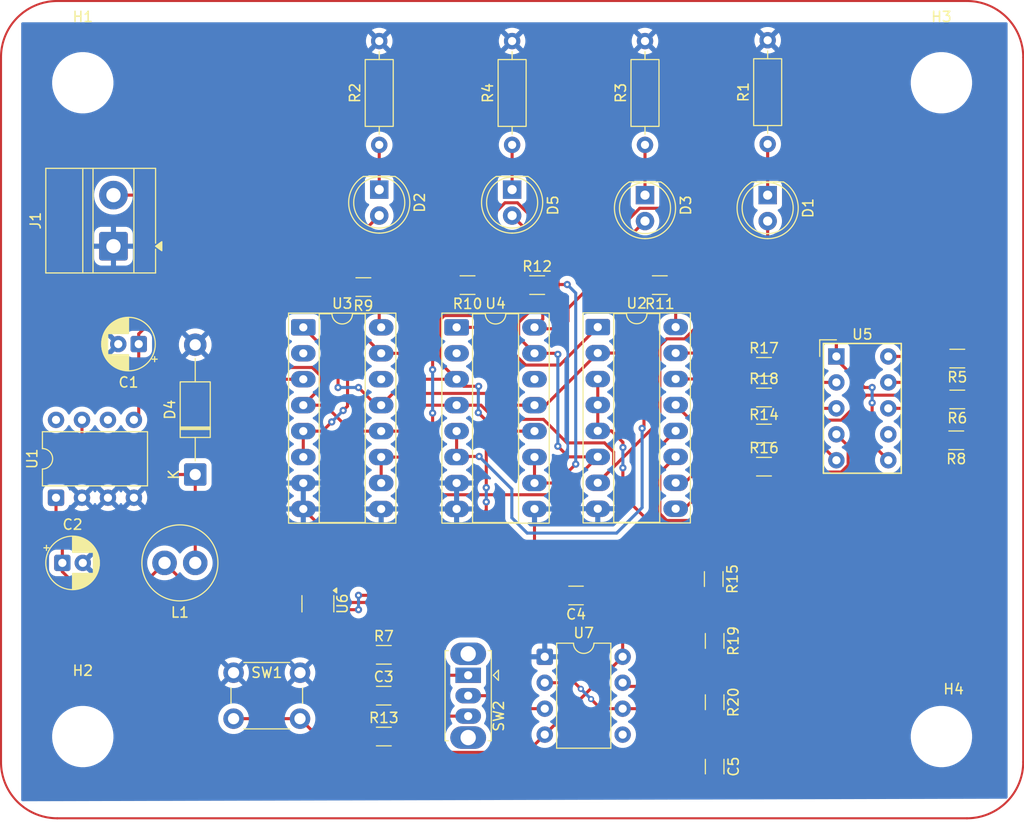
<source format=kicad_pcb>
(kicad_pcb (version 20241229) (generator "pcbnew") (generator_version "9.0")
  (layers (0 "F.Cu" signal) (2 "B.Cu" signal) (13 "F.Paste" user) (15 "B.Paste" user) (5 "F.SilkS" user "F.Silkscreen") (7 "B.SilkS" user "B.Silkscreen") (1 "F.Mask" user) (3 "B.Mask" user) (25 "Edge.Cuts" user))
  (net 0 "")
  (net 1 "VD")
  (net 2 "GND")
  (net 3 "+5V")
  (net 4 "Net-(SW2-A)")
  (net 5 "Net-(U7-THR)")
  (net 6 "Net-(D1-K)")
  (net 7 "Q0")
  (net 8 "Net-(D2-K)")
  (net 9 "Q1")
  (net 10 "Net-(D3-K)")
  (net 11 "Q2")
  (net 12 "Net-(D4-K)")
  (net 13 "Q3")
  (net 14 "Net-(D5-K)")
  (net 15 "Net-(U5-A)")
  (net 16 "Net-(U2-a)")
  (net 17 "Net-(U5-B)")
  (net 18 "Net-(U2-b)")
  (net 19 "Clock")
  (net 20 "Net-(U2-c)")
  (net 21 "Net-(U5-C)")
  (net 22 "Net-(U3A-J)")
  (net 23 "Net-(U3B-J)")
  (net 24 "Net-(U4A-J)")
  (net 25 "Net-(U4B-J)")
  (net 26 "Net-(R13-Pad1)")
  (net 27 "Net-(U2-d)")
  (net 28 "Net-(U5-D)")
  (net 29 "Net-(U2-BI)")
  (net 30 "Net-(U5-E)")
  (net 31 "Net-(U2-e)")
  (net 32 "Net-(U2-f)")
  (net 33 "Net-(U5-F)")
  (net 34 "Net-(U2-g)")
  (net 35 "Net-(U5-G)")
  (net 36 "Net-(U7-DIS)")
  (net 37 "555")
  (net 40 "Reset")
  (footprint "Resistor_SMD:R_1206_3216Metric_Pad1.30x1.75mm_HandSolder" (layer "F.Cu") (at 193.7275 98.6675 180)
    (property "Reference" "R8")
    (property "Value" "2k")
  )
  (footprint "Package_DIP:DIP-16_W7.62mm_Socket_LongPads" (layer "F.Cu") (at 129.8475 87.61)
    (property "Reference" "U3")
    (property "Value" "4027")
  )
  (footprint "Button_Switch_THT:SW_PUSH_6mm_H4.3mm" (layer "F.Cu") (at 123.0275 121.4175)
    (property "Reference" "SW1")
    (property "Value" "~")
  )
  (footprint "TerminalBlock_MetzConnect:TerminalBlock_MetzConnect_Type011_RT05502HBLC_1x02_P5.00mm_Horizontal" (layer "F.Cu") (at 111.2775 79.6675 90)
    (property "Reference" "J1")
    (property "Value" "Screw_Terminal_01x02")
  )
  (footprint "MountingHole:MountingHole_5.5mm" (layer "F.Cu") (at 108.2775 127.6675)
    (property "Reference" "H2")
    (property "Value" "MountingHole")
  )
  (footprint "Resistor_SMD:R_1206_3216Metric_Pad1.30x1.75mm_HandSolder" (layer "F.Cu") (at 170 112.25 -90)
    (property "Reference" "R15")
    (property "Value" "10k")
  )
  (footprint "Resistor_SMD:R_1206_3216Metric_Pad1.30x1.75mm_HandSolder" (layer "F.Cu") (at 174.9175 94.4775)
    (property "Reference" "R18")
    (property "Value" "2k")
  )
  (footprint "LED_THT:LED_D5.0mm" (layer "F.Cu") (at 137.2775 74.1275 -90)
    (property "Reference" "D2")
    (property "Value" "LED")
  )
  (footprint "Resistor_SMD:R_1206_3216Metric_Pad1.30x1.75mm_HandSolder" (layer "F.Cu") (at 137.7275 127.6675)
    (property "Reference" "R13")
    (property "Value" "2k")
  )
  (footprint "LED_THT:LED_D5.0mm" (layer "F.Cu") (at 163.2775 74.6675 -90)
    (property "Reference" "D3")
    (property "Value" "LED")
  )
  (footprint "Resistor_SMD:R_1206_3216Metric_Pad1.30x1.75mm_HandSolder" (layer "F.Cu") (at 174.9175 91.4775)
    (property "Reference" "R17")
    (property "Value" "2k")
  )
  (footprint "Inductor_THT:L_Radial_D7.2mm_P3.00mm_Murata_1700" (layer "F.Cu") (at 119.2775 110.6675 180)
    (property "Reference" "L1")
    (property "Value" "330u")
  )
  (footprint "Package_DIP:DIP-8_W7.62mm" (layer "F.Cu") (at 153.4725 119.8575)
    (property "Reference" "U7")
    (property "Value" "NE555P")
  )
  (footprint "Resistor_THT:R_Axial_DIN0207_L6.3mm_D2.5mm_P10.16mm_Horizontal" (layer "F.Cu") (at 163.2775 69.7475 90)
    (property "Reference" "R3")
    (property "Value" "4k7")
  )
  (footprint "Resistor_SMD:R_1206_3216Metric_Pad1.30x1.75mm_HandSolder" (layer "F.Cu") (at 174.9175 101.25)
    (property "Reference" "R16")
    (property "Value" "2k")
  )
  (footprint "Package_TO_SOT_SMD:SOT-23-6" (layer "F.Cu") (at 131.2775 114.6675 -90)
    (property "Reference" "U6")
    (property "Value" "74LVC1G11")
  )
  (footprint "LED_THT:LED_D5.0mm" (layer "F.Cu") (at 175.2775 74.6675 -90)
    (property "Reference" "D1")
    (property "Value" "LED")
  )
  (footprint "Package_DIP:DIP-16_W7.62mm_Socket_LongPads" (layer "F.Cu") (at 158.6575 87.5875)
    (property "Reference" "U2")
    (property "Value" "74LS47")
  )
  (footprint "Capacitor_THT:CP_Radial_D5.0mm_P2.00mm" (layer "F.Cu") (at 106.2775 110.6675)
    (property "Reference" "C2")
    (property "Value" "220u")
  )
  (footprint "Package_DIP:DIP-16_W7.62mm_Socket_LongPads" (layer "F.Cu") (at 144.8475 87.61)
    (property "Reference" "U4")
    (property "Value" "4027")
  )
  (footprint "Display_7Segment:HDSP-7401" (layer "F.Cu") (at 182 90.46)
    (property "Reference" "U5")
    (property "Value" "HDSP-7401")
  )
  (footprint "Capacitor_SMD:C_1206_3216Metric_Pad1.33x1.80mm_HandSolder" (layer "F.Cu") (at 170.0925 130.61 -90)
    (property "Reference" "C5")
    (property "Value" "10u")
  )
  (footprint "Resistor_SMD:R_1206_3216Metric_Pad1.30x1.75mm_HandSolder" (layer "F.Cu") (at 193.8275 94.6675 180)
    (property "Reference" "R6")
    (property "Value" "2k")
  )
  (footprint "MountingHole:MountingHole_5.5mm" (layer "F.Cu") (at 108.2775 63.6675)
    (property "Reference" "H1")
    (property "Value" "MountingHole")
  )
  (footprint "Resistor_SMD:R_1206_3216Metric_Pad1.30x1.75mm_HandSolder" (layer "F.Cu") (at 135.7275 83.6675 180)
    (property "Reference" "R9")
    (property "Value" "10k")
  )
  (footprint "Resistor_SMD:R_1206_3216Metric_Pad1.30x1.75mm_HandSolder" (layer "F.Cu") (at 152.7275 83.4775)
    (property "Reference" "R12")
    (property "Value" "10k")
  )
  (footprint "Package_DIP:DIP-8_W7.62mm" (layer "F.Cu") (at 105.6575 104.2875 90)
    (property "Reference" "U1")
    (property "Value" "LM2574N-5")
  )
  (footprint "Resistor_SMD:R_1206_3216Metric_Pad1.30x1.75mm_HandSolder" (layer "F.Cu") (at 174.9175 98)
    (property "Reference" "R14")
    (property "Value" "2k")
  )
  (footprint "Resistor_SMD:R_1206_3216Metric_Pad1.30x1.75mm_HandSolder" (layer "F.Cu") (at 164.7275 83.4775 180)
    (property "Reference" "R11")
    (property "Value" "10k")
  )
  (footprint "MountingHole:MountingHole_5.5mm" (layer "F.Cu") (at 192.2775 63.6675)
    (property "Reference" "H3")
    (property "Value" "MountingHole")
  )
  (footprint "LED_THT:LED_D5.0mm" (layer "F.Cu") (at 150.2775 74.1275 -90)
    (property "Reference" "D5")
    (property "Value" "LED")
  )
  (footprint "MountingHole:MountingHole_5.5mm" (layer "F.Cu") (at 192.2775 127.6675)
    (property "Reference" "H4")
    (property "Value" "MountingHole")
  )
  (footprint "Capacitor_THT:CP_Radial_D5.0mm_P2.00mm" (layer "F.Cu") (at 113.75 89.25 180)
    (property "Reference" "C1")
    (property "Value" "22u")
  )
  (footprint "Button_Switch_THT:SW_Slide_SPDT_Straight_CK_OS102011MS2Q" (layer "F.Cu") (at 145.98 121.6675 -90)
    (property "Reference" "SW2")
    (property "Value" "~")
  )
  (footprint "Capacitor_SMD:C_1206_3216Metric_Pad1.33x1.80mm_HandSolder" (layer "F.Cu") (at 137.715 123.6675)
    (property "Reference" "C3")
    (property "Value" "1u")
  )
  (footprint "Resistor_THT:R_Axial_DIN0207_L6.3mm_D2.5mm_P10.16mm_Horizontal" (layer "F.Cu") (at 150.2775 69.7475 90)
    (property "Reference" "R4")
    (property "Value" "4k7")
  )
  (footprint "Resistor_THT:R_Axial_DIN0207_L6.3mm_D2.5mm_P10.16mm_Horizontal" (layer "F.Cu") (at 137.2775 69.7475 90)
    (property "Reference" "R2")
    (property "Value" "4k7")
  )
  (footprint "Diode_THT:D_DO-41_SOD81_P12.70mm_Horizontal" (layer "F.Cu") (at 119.2775 102.0175 90)
    (property "Reference" "D4")
    (property "Value" "11DQ06")
  )
  (footprint "Resistor_SMD:R_1206_3216Metric_Pad1.30x1.75mm_HandSolder" (layer "F.Cu") (at 137.7275 119.6675)
    (property "Reference" "R7")
    (property "Value" "10k")
  )
  (footprint "Resistor_SMD:R_1206_3216Metric_Pad1.30x1.75mm_HandSolder" (layer "F.Cu") (at 145.9175 83.4775 180)
    (property "Reference" "R10")
    (property "Value" "10k")
  )
  (footprint "Capacitor_SMD:C_1206_3216Metric_Pad1.33x1.80mm_HandSolder" (layer "F.Cu") (at 156.53 113.8575 180)
    (property "Reference" "C4")
    (property "Value" "100n")
  )
  (footprint "Resistor_SMD:R_1206_3216Metric_Pad1.30x1.75mm_HandSolder" (layer "F.Cu") (at 193.8275 90.6675 180)
    (property "Reference" "R5")
    (property "Value" "2k")
  )
  (footprint "Resistor_SMD:R_1206_3216Metric_Pad1.30x1.75mm_HandSolder" (layer "F.Cu") (at 170.0925 124.3075 -90)
    (property "Reference" "R20")
    (property "Value" "47k")
  )
  (footprint "Resistor_SMD:R_1206_3216Metric_Pad1.30x1.75mm_HandSolder" (layer "F.Cu") (at 170.0925 118.3075 -90)
    (property "Reference" "R19")
    (property "Value" "47k")
  )
  (footprint "Resistor_THT:R_Axial_DIN0207_L6.3mm_D2.5mm_P10.16mm_Horizontal" (layer "F.Cu") (at 175.2775 69.6675 90)
    (property "Reference" "R1")
    (property "Value" "4k7")
  )
  (gr_arc (start 100.2775 61.1675) (mid 101.888413 57.278413) (end 105.7775 55.6675) (stroke (width 0.2)) (layer "F.Cu") (net 5))
  (gr_line (start 194.7775 135.6675) (end 105.7775 135.6675) (stroke (width 0.2)) (layer "F.Cu") (net 5))
  (gr_arc (start 105.7775 135.6675) (mid 101.888413 134.056587) (end 100.2775 130.1675) (stroke (width 0.2)) (layer "F.Cu") (net 5))
  (gr_line (start 100.2775 130.1675) (end 100.2775 61.1675) (stroke (width 0.2)) (layer "F.Cu") (net 5))
  (gr_arc (start 194.7775 55.6675) (mid 198.666587 57.278413) (end 200.2775 61.1675) (stroke (width 0.2)) (layer "F.Cu") (net 5))
  (gr_arc (start 200.2775 130.1675) (mid 198.666587 134.056587) (end 194.7775 135.6675) (stroke (width 0.2)) (layer "F.Cu") (net 5))
  (gr_line (start 200.2775 61.1675) (end 200.2775 130.1675) (stroke (width 0.2)) (layer "F.Cu") (net 5))
  (gr_line (start 105.7775 55.6675) (end 194.7775 55.6675) (stroke (width 0.2)) (layer "F.Cu") (net 5))
  (segment (start 113.75 88.25) (end 113.75 89.25) (width 0.3) (layer "F.Cu") (net 1))
  (segment (start 114.75 87.25) (end 113.75 88.25) (width 0.3) (layer "F.Cu") (net 1))
  (segment (start 113.75 96.195) (end 113.2775 96.6675) (width 0.3) (layer "F.Cu") (net 1))
  (segment (start 114.75 75.25) (end 114.75 87.25) (width 0.3) (layer "F.Cu") (net 1))
  (segment (start 111.2775 74.6675) (end 114.1675 74.6675) (width 0.3) (layer "F.Cu") (net 1))
  (segment (start 113.75 89.25) (end 113.75 96.195) (width 0.3) (layer "F.Cu") (net 1))
  (segment (start 114.1675 74.6675) (end 114.75 75.25) (width 0.3) (layer "F.Cu") (net 1))
  (segment (start 136.1525 123.6675) (end 137.1785 124.6935) (width 0.3) (layer "F.Cu") (net 2))
  (segment (start 152.4675 108.7175) (end 152.4675 105.39) (width 0.3) (layer "F.Cu") (net 2))
  (segment (start 137.1785 124.6935) (end 137.1785 130.6785) (width 0.3) (layer "F.Cu") (net 2))
  (segment (start 154.9675 113.8575) (end 154.9675 111.2175) (width 0.3) (layer "F.Cu") (net 2))
  (segment (start 154.9675 111.2175) (end 152.4675 108.7175) (width 0.3) (layer "F.Cu") (net 2))
  (segment (start 137.1785 130.6785) (end 138.6725 132.1725) (width 0.3) (layer "F.Cu") (net 2))
  (segment (start 131.2775 106.82) (end 129.8475 105.39) (width 0.3) (layer "F.Cu") (net 2))
  (segment (start 131.2775 113.53) (end 131.2775 106.82) (width 0.3) (layer "F.Cu") (net 2))
  (segment (start 129.5275 121.4175) (end 131.7775 123.6675) (width 0.3) (layer "F.Cu") (net 2))
  (segment (start 153.4725 115.3525) (end 154.9675 113.8575) (width 0.3) (layer "F.Cu") (net 2))
  (segment (start 138.6725 132.1725) (end 170.0925 132.1725) (width 0.3) (layer "F.Cu") (net 2))
  (segment (start 153.4725 119.8575) (end 153.4725 115.3525) (width 0.3) (layer "F.Cu") (net 2))
  (segment (start 131.7775 123.6675) (end 136.1525 123.6675) (width 0.3) (layer "F.Cu") (net 2))
  (segment (start 131.2775 116.467499) (end 131.2775 115.805) (width 0.3) (layer "F.Cu") (net 3))
  (segment (start 170.0925 116.7575) (end 170.0925 113.8925) (width 0.3) (layer "F.Cu") (net 3))
  (segment (start 148.25 76.75) (end 149.5835 75.4165) (width 0.3) (layer "F.Cu") (net 3))
  (segment (start 131.2775 117.7775) (end 131.2775 115.805) (width 0.3) (layer "F.Cu") (net 3))
  (segment (start 136.1775 119.6675) (end 138 121.49) (width 0.3) (layer "F.Cu") (net 3))
  (segment (start 152.53875 87.68125) (end 152.53875 87.71125) (width 0.3) (layer "F.Cu") (net 3))
  (segment (start 170 113.8) (end 162.2925 113.8) (width 0.3) (layer "F.Cu") (net 3))
  (segment (start 133.1675 119.6675) (end 131.2775 117.7775) (width 0.3) (layer "F.Cu") (net 3))
  (segment (start 106.2775 108.2775) (end 105.6575 107.6575) (width 0.3) (layer "F.Cu") (net 3))
  (segment (start 149.5835 75.4165) (end 150.795682 75.4165) (width 0.3) (layer "F.Cu") (net 3))
  (segment (start 182 90.46) (end 182 72.5) (width 0.3) (layer "F.Cu") (net 3))
  (segment (start 151.1775 83.4775) (end 148.25 80.55) (width 0.3) (layer "F.Cu") (net 3))
  (segment (start 136.1775 119.6675) (end 133.1675 119.6675) (width 0.3) (layer "F.Cu") (net 3))
  (segment (start 131.2775 116.4725) (end 131.2775 115.805) (width 0.3) (layer "F.Cu") (net 3))
  (segment (start 177.25 67.75) (end 172.75 67.75) (width 0.3) (layer "F.Cu") (net 3))
  (segment (start 123.3875 117.7775) (end 129.967499 117.7775) (width 0.3) (layer "F.Cu") (net 3))
  (segment (start 196.7795 90.18763) (end 194.09187 87.5) (width 0.3) (layer "F.Cu") (net 3))
  (segment (start 194.09187 87.5) (end 183 87.5) (width 0.3) (layer "F.Cu") (net 3))
  (segment (start 147.4675 81.7175) (end 147.4675 83.4775) (width 0.3) (layer "F.Cu") (net 3))
  (segment (start 113.945 113) (end 116.2775 110.6675) (width 0.3) (layer "F.Cu") (net 3))
  (segment (start 166.2775 77.5) (end 166.2775 83.4775) (width 0.3) (layer "F.Cu") (net 3))
  (segment (start 170.0925 113.8925) (end 170 113.8) (width 0.3) (layer "F.Cu") (net 3))
  (segment (start 138.94663 129.2185) (end 151.7315 129.2185) (width 0.3) (layer "F.Cu") (net 3))
  (segment (start 137.2775 87.42) (end 137.4675 87.61) (width 0.3) (layer "F.Cu") (net 3))
  (segment (start 170 113.8) (end 182.73539 113.8) (width 0.3) (layer "F.Cu") (net 3))
  (segment (start 155 87.75) (end 155.75 87) (width 0.3) (layer "F.Cu") (net 3))
  (segment (start 155.75 85.75) (end 159.7275 81.7725) (width 0.3) (layer "F.Cu") (net 3))
  (segment (start 137.2775 81.9725) (end 138.5 80.75) (width 0.3) (layer "F.Cu") (net 3))
  (segment (start 196.7795 99.75589) (end 196.7795 90.18763) (width 0.3) (layer "F.Cu") (net 3))
  (segment (start 161.0925 119.8575) (end 161.0925 115) (width 0.3) (layer "F.Cu") (net 3))
  (segment (start 129.967499 117.7775) (end 131.2775 116.467499) (width 0.3) (layer "F.Cu") (net 3))
  (segment (start 116.2775 110.6675) (end 123.3875 117.7775) (width 0.3) (layer "F.Cu") (net 3))
  (segment (start 152.5 87.75) (end 155 87.75) (width 0.3) (layer "F.Cu") (net 3))
  (segment (start 161.0925 114.95) (end 160 113.8575) (width 0.3) (layer "F.Cu") (net 3))
  (segment (start 162.759318 75.9565) (end 164.734 75.9565) (width 0.3) (layer "F.Cu") (net 3))
  (segment (start 172.75 67.75) (end 166.2775 74.2225) (width 0.3) (layer "F.Cu") (net 3))
  (segment (start 150.795682 75.4165) (end 153.2765 77.897318) (width 0.3) (layer "F.Cu") (net 3))
  (segment (start 153.2765 77.897318) (end 153.2765 86.801) (width 0.3) (layer "F.Cu") (net 3))
  (segment (start 137.2775 83.6675) (end 137.2775 81.9725) (width 0.3) (layer "F.Cu") (net 3))
  (segment (start 153.2765 86.801) (end 152.4675 87.61) (width 0.3) (layer "F.Cu") (net 3))
  (segment (start 152.4675 87.61) (end 152.53875 87.68125) (width 0.3) (layer "F.Cu") (net 3))
  (segment (start 158.0925 113.8575) (end 160 113.8575) (width 0.3) (layer "F.Cu") (net 3))
  (segment (start 164.734 75.9565) (end 166.2775 77.5) (width 0.3) (layer "F.Cu") (net 3))
  (segment (start 107.75 113) (end 113.945 113) (width 0.3) (layer "F.Cu") (net 3))
  (segment (start 138.5 80.75) (end 146.5 80.75) (width 0.3) (layer "F.Cu") (net 3))
  (segment (start 182.73539 113.8) (end 196.7795 99.75589) (width 0.3) (layer "F.Cu") (net 3))
  (segment (start 185.5 99.04) (end 185.5 95) (width 0.3) (layer "F.Cu") (net 3))
  (segment (start 148.25 80.55) (end 148.25 76.75) (width 0.3) (layer "F.Cu") (net 3))
  (segment (start 185.5 93.5) (end 184.75 93.5) (width 0.3) (layer "F.Cu") (net 3))
  (segment (start 182 90.75) (end 182 90.46) (width 0.3) (layer "F.Cu") (net 3))
  (segment (start 159.7275 78.988318) (end 162.759318 75.9565) (width 0.3) (layer "F.Cu") (net 3))
  (segment (start 162.2925 113.8) (end 161.0925 115) (width 0.3) (layer "F.Cu") (net 3))
  (segment (start 166.2775 74.2225) (end 166.2775 77.5) (width 0.3) (layer "F.Cu") (net 3))
  (segment (start 161.0925 115) (end 161.0925 114.95) (width 0.3) (layer "F.Cu") (net 3))
  (segment (start 137.2775 83.6675) (end 137.2775 87.42) (width 0.3) (layer "F.Cu") (net 3))
  (segment (start 182 88.5) (end 182 90.46) (width 0.3) (layer "F.Cu") (net 3))
  (segment (start 152.53875 87.71125) (end 152.5 87.75) (width 0.3) (layer "F.Cu") (net 3))
  (segment (start 138 128.27187) (end 138.94663 129.2185) (width 0.3) (layer "F.Cu") (net 3))
  (segment (start 106.2775 110.6675) (end 106.2775 111.5275) (width 0.3) (layer "F.Cu") (net 3))
  (segment (start 153.4725 127.4775) (end 161.0925 119.8575) (width 0.3) (layer "F.Cu") (net 3))
  (segment (start 184.75 93.5) (end 182 90.75) (width 0.3) (layer "F.Cu") (net 3))
  (segment (start 155.75 87) (end 155.75 85.75) (width 0.3) (layer "F.Cu") (net 3))
  (segment (start 147.4675 83.4775) (end 151.1775 83.4775) (width 0.3) (layer "F.Cu") (net 3))
  (segment (start 187.08 100.62) (end 185.5 99.04) (width 0.3) (layer "F.Cu") (net 3))
  (segment (start 166.2775 83.4775) (end 166.2775 87.5875) (width 0.3) (layer "F.Cu") (net 3))
  (segment (start 138 121.49) (end 138 128.27187) (width 0.3) (layer "F.Cu") (net 3))
  (segment (start 182 72.5) (end 177.25 67.75) (width 0.3) (layer "F.Cu") (net 3))
  (segment (start 146.5 80.75) (end 147.4675 81.7175) (width 0.3) (layer "F.Cu") (net 3))
  (segment (start 105.6575 107.6575) (end 105.6575 104.2875) (width 0.3) (layer "F.Cu") (net 3))
  (segment (start 106.2775 111.5275) (end 107.75 113) (width 0.3) (layer "F.Cu") (net 3))
  (segment (start 151.7315 129.2185) (end 153.4725 127.4775) (width 0.3) (layer "F.Cu") (net 3))
  (segment (start 183 87.5) (end 182 88.5) (width 0.3) (layer "F.Cu") (net 3))
  (segment (start 106.2775 110.6675) (end 106.2775 108.2775) (width 0.3) (layer "F.Cu") (net 3))
  (segment (start 159.7275 81.7725) (end 159.7275 78.988318) (width 0.3) (layer "F.Cu") (net 3))
  (via (at 185.5 93.5) (size 0.7) (drill 0.3) (layers "F.Cu" "B.Cu") (net 3))
  (via (at 185.5 95) (size 0.7) (drill 0.3) (layers "F.Cu" "B.Cu") (net 3))
  (segment (start 185.5 95) (end 185.5 93.5) (width 0.3) (layer "B.Cu") (net 3))
  (segment (start 139.2775 123.6675) (end 141.1675 123.6675) (width 0.3) (layer "F.Cu") (net 4))
  (segment (start 141.1675 123.6675) (end 143.1675 125.6675) (width 0.3) (layer "F.Cu") (net 4))
  (segment (start 143.1675 125.6675) (end 145.98 125.6675) (width 0.3) (layer "F.Cu") (net 4))
  (segment (start 139.2775 127.6675) (end 139.2775 123.6675) (width 0.3) (layer "F.Cu") (net 4))
  (segment (start 156.3975 122.3975) (end 153.4725 122.3975) (width 0.3) (layer "F.Cu") (net 5))
  (segment (start 170.0925 129.0475) (end 170.0925 125.8575) (width 0.3) (layer "F.Cu") (net 5))
  (segment (start 165.1075 125.8575) (end 164.1875 124.9375) (width 0.3) (layer "F.Cu") (net 5))
  (segment (start 157 123) (end 156.3975 122.3975) (width 0.3) (layer "F.Cu") (net 5))
  (segment (start 158.9375 124.9375) (end 158 124) (width 0.3) (layer "F.Cu") (net 5))
  (segment (start 164.1875 124.9375) (end 161.0925 124.9375) (width 0.3) (layer "F.Cu") (net 5))
  (segment (start 161.0925 124.9375) (end 158.9375 124.9375) (width 0.3) (layer "F.Cu") (net 5))
  (segment (start 170.0925 125.8575) (end 165.1075 125.8575) (width 0.3) (layer "F.Cu") (net 5))
  (via (at 158 124) (size 0.6) (drill 0.3) (layers "F.Cu" "B.Cu") (net 5))
  (via (at 157 123) (size 0.6) (drill 0.3) (layers "F.Cu" "B.Cu") (net 5))
  (segment (start 158 124) (end 157 123) (width 0.3) (layer "B.Cu") (net 5))
  (segment (start 175.2775 69.6675) (end 175.2775 74.6675) (width 0.3) (layer "F.Cu") (net 6))
  (segment (start 158.6575 102.8275) (end 164.7265 96.7585) (width 0.3) (layer "F.Cu") (net 7))
  (segment (start 158.6575 102.8275) (end 160.2085 101.2765) (width 0.3) (layer "F.Cu") (net 7))
  (segment (start 136.98 95.23) (end 135.25 93.5) (width 0.3) (layer "F.Cu") (net 7))
  (segment (start 165.40074 88.7385) (end 167.15426 88.7385) (width 0.3) (layer "F.Cu") (net 7))
  (segment (start 164.7265 96.7585) (end 164.7265 89.41274) (width 0.3) (layer "F.Cu") (net 7))
  (segment (start 138.6185 94.079) (end 137.4675 95.23) (width 0.3) (layer "F.Cu") (net 7))
  (segment (start 164.7265 89.41274) (end 165.40074 88.7385) (width 0.3) (layer "F.Cu") (net 7))
  (segment (start 175.2775 80.61526) (end 175.2775 77.2075) (width 0.3) (layer "F.Cu") (net 7))
  (segment (start 133.25 91.0125) (end 129.8475 87.61) (width 0.3) (layer "F.Cu") (net 7))
  (segment (start 159.31876 98.921) (end 155.64626 98.921) (width 0.3) (layer "F.Cu") (net 7))
  (segment (start 150.29074 96.619) (end 147.75074 94.079) (width 0.3) (layer "F.Cu") (net 7))
  (segment (start 155.64626 98.921) (end 153.34426 96.619) (width 0.3) (layer "F.Cu") (net 7))
  (segment (start 167.15426 88.7385) (end 175.2775 80.61526) (width 0.3) (layer "F.Cu") (net 7))
  (segment (start 160.2085 99.81074) (end 159.31876 98.921) (width 0.3) (layer "F.Cu") (net 7))
  (segment (start 133.25 93.5) (end 133.25 91.0125) (width 0.3) (layer "F.Cu") (net 7))
  (segment (start 147.75074 94.079) (end 138.6185 94.079) (width 0.3) (layer "F.Cu") (net 7))
  (segment (start 160.2085 101.2765) (end 160.2085 99.81074) (width 0.3) (layer "F.Cu") (net 7))
  (segment (start 153.34426 96.619) (end 150.29074 96.619) (width 0.3) (layer "F.Cu") (net 7))
  (segment (start 137.4675 95.23) (end 136.98 95.23) (width 0.3) (layer "F.Cu") (net 7))
  (via (at 135.25 93.5) (size 0.7) (drill 0.3) (layers "F.Cu" "B.Cu") (net 7))
  (via (at 133.25 93.5) (size 0.7) (drill 0.3) (layers "F.Cu" "B.Cu") (net 7))
  (segment (start 135.25 93.5) (end 133.25 93.5) (width 0.3) (layer "B.Cu") (net 7))
  (segment (start 137.2775 69.7475) (end 137.2775 74.1275) (width 0.3) (layer "F.Cu") (net 8))
  (segment (start 145.5365 93.379) (end 144.8475 92.69) (width 0.3) (layer "F.Cu") (net 9))
  (segment (start 143.2965 86.80413) (end 143.64163 86.459) (width 0.3) (layer "F.Cu") (net 9))
  (segment (start 147 93.379) (end 145.5365 93.379) (width 0.3) (layer "F.Cu") (net 9))
  (segment (start 135.25 87.9325) (end 137.4675 90.15) (width 0.3) (layer "F.Cu") (net 9))
  (segment (start 147.75 96.73995) (end 146.970025 95.959975) (width 0.3) (layer "F.Cu") (net 9))
  (segment (start 137.4675 90.15) (end 139.15 90.15) (width 0.3) (layer "F.Cu") (net 9))
  (segment (start 139.4075 113.8435) (end 147.75 105.501) (width 0.3) (layer "F.Cu") (net 9))
  (segment (start 143.2965 91.139) (end 143.2965 86.80413) (width 0.3) (layer "F.Cu") (net 9))
  (segment (start 139.15 90.15) (end 141.69 92.69) (width 0.3) (layer "F.Cu") (net 9))
  (segment (start 135.25 113.8435) (end 139.4075 113.8435) (width 0.3) (layer "F.Cu") (net 9))
  (segment (start 141.69 92.69) (end 144.8475 92.69) (width 0.3) (layer "F.Cu") (net 9))
  (segment (start 154.944 91.301) (end 158.6575 87.5875) (width 0.3) (layer "F.Cu") (net 9))
  (segment (start 144.8475 92.69) (end 143.2965 91.139) (width 0.3) (layer "F.Cu") (net 9))
  (segment (start 132.2275 115.805) (end 132.7825 115.25) (width 0.3) (layer "F.Cu") (net 9))
  (segment (start 147.75 103.3) (end 147.75 96.73995) (width 0.3) (layer "F.Cu") (net 9))
  (segment (start 147.75 105.501) (end 147.75 104.7) (width 0.3) (layer "F.Cu") (net 9))
  (segment (start 137.2775 76.6675) (end 135.25 78.695) (width 0.3) (layer "F.Cu") (net 9))
  (segment (start 151.59074 91.301) (end 154.944 91.301) (width 0.3) (layer "F.Cu") (net 9))
  (segment (start 146.74874 86.459) (end 151.59074 91.301) (width 0.3) (layer "F.Cu") (net 9))
  (segment (start 135.25 78.695) (end 135.25 87.9325) (width 0.3) (layer "F.Cu") (net 9))
  (segment (start 143.64163 86.459) (end 146.74874 86.459) (width 0.3) (layer "F.Cu") (net 9))
  (segment (start 132.7825 115.25) (end 135.25 115.25) (width 0.3) (layer "F.Cu") (net 9))
  (via (at 135.25 113.8435) (size 0.7) (drill 0.3) (layers "F.Cu" "B.Cu") (net 9))
  (via (at 135.25 115.25) (size 0.7) (drill 0.3) (layers "F.Cu" "B.Cu") (net 9))
  (via (at 147.75 104.7) (size 0.7) (drill 0.3) (layers "F.Cu" "B.Cu") (net 9))
  (via (at 147 93.379) (size 0.7) (drill 0.3) (layers "F.Cu" "B.Cu") (net 9))
  (via (at 147.75 103.3) (size 0.7) (drill 0.3) (layers "F.Cu" "B.Cu") (net 9))
  (via (at 146.970025 95.959975) (size 0.7) (drill 0.3) (layers "F.Cu" "B.Cu") (net 9))
  (segment (start 147.75 104.7) (end 147.75 103.3) (width 0.3) (layer "B.Cu") (net 9))
  (segment (start 146.970025 95.959975) (end 146.970025 93.408975) (width 0.3) (layer "B.Cu") (net 9))
  (segment (start 146.970025 93.408975) (end 147 93.379) (width 0.3) (layer "B.Cu") (net 9))
  (segment (start 135.25 115.25) (end 135.25 113.8435) (width 0.3) (layer "B.Cu") (net 9))
  (segment (start 163.2775 69.7475) (end 163.2775 74.6675) (width 0.3) (layer "F.Cu") (net 10))
  (segment (start 158.6575 90.1275) (end 160.3725 90.1275) (width 0.3) (layer "F.Cu") (net 11))
  (segment (start 152.4675 95.23) (end 150.48 95.23) (width 0.3) (layer "F.Cu") (net 11))
  (segment (start 148.5 93.25) (end 148.5 89.25) (width 0.3) (layer "F.Cu") (net 11))
  (segment (start 150.48 95.23) (end 148.5 93.25) (width 0.3) (layer "F.Cu") (net 11))
  (segment (start 161.25 89.25) (end 161.25 79.235) (width 0.3) (layer "F.Cu") (net 11))
  (segment (start 161.25 79.235) (end 163.2775 77.2075) (width 0.3) (layer "F.Cu") (net 11))
  (segment (start 160.3725 90.1275) (end 161.25 89.25) (width 0.3) (layer "F.Cu") (net 11))
  (segment (start 152.4675 95.23) (end 153.555 95.23) (width 0.3) (layer "F.Cu") (net 11))
  (segment (start 148.5 89.25) (end 146.86 87.61) (width 0.3) (layer "F.Cu") (net 11))
  (segment (start 153.555 95.23) (end 158.6575 90.1275) (width 0.3) (layer "F.Cu") (net 11))
  (segment (start 146.86 87.61) (end 144.8475 87.61) (width 0.3) (layer "F.Cu") (net 11))
  (segment (start 112.0175 102.0175) (end 119.2775 102.0175) (width 0.3) (layer "F.Cu") (net 12))
  (segment (start 119.2775 110.6675) (end 119.2775 102.0175) (width 0.3) (layer "F.Cu") (net 12))
  (segment (start 108.1975 98.1975) (end 112.0175 102.0175) (width 0.3) (layer "F.Cu") (net 12))
  (segment (start 108.1975 96.6675) (end 108.1975 98.1975) (width 0.3) (layer "F.Cu") (net 12))
  (segment (start 150.9165 88.599) (end 152.4675 90.15) (width 0.3) (layer "F.Cu") (net 13))
  (segment (start 152.4675 90.15) (end 154.65 90.15) (width 0.3) (layer "F.Cu") (net 13))
  (segment (start 152.1785 78.5685) (end 152.1785 85.87124) (width 0.3) (layer "F.Cu") (net 13))
  (segment (start 152.1785 85.87124) (end 150.9165 87.13324) (width 0.3) (layer "F.Cu") (net 13))
  (segment (start 150.2775 76.6675) (end 152.1785 78.5685) (width 0.3) (layer "F.Cu") (net 13))
  (segment (start 154.75 99.25) (end 155.7875 100.2875) (width 0.3) (layer "F.Cu") (net 13))
  (segment (start 155.7875 100.2875) (end 158.6575 100.2875) (width 0.3) (layer "F.Cu") (net 13))
  (segment (start 132.2275 113.53) (end 141.7575 104) (width 0.3) (layer "F.Cu") (net 13))
  (segment (start 154.945 104) (end 158.6575 100.2875) (width 0.3) (layer "F.Cu") (net 13))
  (segment (start 150.9165 87.13324) (end 150.9165 88.599) (width 0.3) (layer "F.Cu") (net 13))
  (segment (start 154.65 90.15) (end 154.75 90.25) (width 0.3) (layer "F.Cu") (net 13))
  (segment (start 141.7575 104) (end 154.945 104) (width 0.3) (layer "F.Cu") (net 13))
  (via (at 154.75 90.25) (size 0.7) (drill 0.3) (layers "F.Cu" "B.Cu") (net 13))
  (via (at 154.75 99.25) (size 0.7) (drill 0.3) (layers "F.Cu" "B.Cu") (net 13))
  (segment (start 154.75 90.25) (end 154.75 99.25) (width 0.3) (layer "B.Cu") (net 13))
  (segment (start 150.2775 69.7475) (end 150.2775 74.1275) (width 0.3) (layer "F.Cu") (net 14))
  (segment (start 190.21 90.46) (end 187.08 90.46) (width 0.3) (layer "F.Cu") (net 15))
  (segment (start 190.4175 90.6675) (end 190.21 90.46) (width 0.3) (layer "F.Cu") (net 15))
  (segment (start 192.2775 90.6675) (end 190.4175 90.6675) (width 0.3) (layer "F.Cu") (net 15))
  (segment (start 195.3775 91.3725) (end 195.3775 90.6675) (width 0.3) (layer "F.Cu") (net 16))
  (segment (start 184.91776 94.25) (end 189.25 94.25) (width 0.3) (layer "F.Cu") (net 16))
  (segment (start 182.47676 96.691) (end 184.91776 94.25) (width 0.3) (layer "F.Cu") (net 16))
  (segment (start 194 96) (end 194 92.75) (width 0.3) (layer "F.Cu") (net 16))
  (segment (start 191.75 96.75) (end 193.25 96.75) (width 0.3) (layer "F.Cu") (net 16))
  (segment (start 194 92.75) (end 195.3775 91.3725) (width 0.3) (layer "F.Cu") (net 16))
  (segment (start 193.25 96.75) (end 194 96) (width 0.3) (layer "F.Cu") (net 16))
  (segment (start 167.761 96.691) (end 182.47676 96.691) (width 0.3) (layer "F.Cu") (net 16))
  (segment (start 166.2775 95.2075) (end 167.761 96.691) (width 0.3) (layer "F.Cu") (net 16))
  (segment (start 189.25 94.25) (end 191.75 96.75) (width 0.3) (layer "F.Cu") (net 16))
  (segment (start 191.1675 94.6675) (end 189.5 93) (width 0.3) (layer "F.Cu") (net 17))
  (segment (start 189.5 93) (end 187.08 93) (width 0.3) (layer "F.Cu") (net 17))
  (segment (start 192.2775 94.6675) (end 191.1675 94.6675) (width 0.3) (layer "F.Cu") (net 17))
  (segment (start 196.2785 99.54837) (end 188.32687 107.5) (width 0.3) (layer "F.Cu") (net 18))
  (segment (start 164.2255 99.7995) (end 166.2775 97.7475) (width 0.3) (layer "F.Cu") (net 18))
  (segment (start 188.32687 107.5) (end 165.25 107.5) (width 0.3) (layer "F.Cu") (net 18))
  (segment (start 196.2785 95.5685) (end 196.2785 99.54837) (width 0.3) (layer "F.Cu") (net 18))
  (segment (start 164.2255 106.4755) (end 164.2255 99.7995) (width 0.3) (layer "F.Cu") (net 18))
  (segment (start 195.3775 94.6675) (end 196.2785 95.5685) (width 0.3) (layer "F.Cu") (net 18))
  (segment (start 165.25 107.5) (end 164.2255 106.4755) (width 0.3) (layer "F.Cu") (net 18))
  (segment (start 139.2775 119.6675) (end 140.9175 119.6675) (width 0.3) (layer "F.Cu") (net 19))
  (segment (start 139.2775 119.6675) (end 139.2775 116.5275) (width 0.3) (layer "F.Cu") (net 19))
  (segment (start 130.3275 112.0775) (end 125.75 107.5) (width 0.3) (layer "F.Cu") (net 19))
  (segment (start 125.75 94) (end 127.06 92.69) (width 0.3) (layer "F.Cu") (net 19))
  (segment (start 130.7935 114.5435) (end 130.3275 114.0775) (width 0.3) (layer "F.Cu") (net 19))
  (segment (start 130.3275 113.53) (end 130.3275 112.0775) (width 0.3) (layer "F.Cu") (net 19))
  (segment (start 127.06 92.69) (end 129.8475 92.69) (width 0.3) (layer "F.Cu") (net 19))
  (segment (start 130.3275 114.0775) (end 130.3275 113.53) (width 0.3) (layer "F.Cu") (net 19))
  (segment (start 137.2935 114.5435) (end 130.7935 114.5435) (width 0.3) (layer "F.Cu") (net 19))
  (segment (start 139.2775 116.5275) (end 137.2935 114.5435) (width 0.3) (layer "F.Cu") (net 19))
  (segment (start 142.9175 121.6675) (end 145.98 121.6675) (width 0.3) (layer "F.Cu") (net 19))
  (segment (start 125.75 107.5) (end 125.75 94) (width 0.3) (layer "F.Cu") (net 19))
  (segment (start 140.9175 119.6675) (end 142.9175 121.6675) (width 0.3) (layer "F.Cu") (net 19))
  (segment (start 195.2775 98.6675) (end 187.4265 106.5185) (width 0.3) (layer "F.Cu") (net 20))
  (segment (start 164.7265 101.8385) (end 166.2775 100.2875) (width 0.3) (layer "F.Cu") (net 20))
  (segment (start 187.4265 106.5185) (end 165.40074 106.5185) (width 0.3) (layer "F.Cu") (net 20))
  (segment (start 164.7265 105.84426) (end 164.7265 101.8385) (width 0.3) (layer "F.Cu") (net 20))
  (segment (start 165.40074 106.5185) (end 164.7265 105.84426) (width 0.3) (layer "F.Cu") (net 20))
  (segment (start 192.1775 98.6675) (end 191.9175 98.6675) (width 0.3) (layer "F.Cu") (net 21))
  (segment (start 188.79 95.54) (end 187.08 95.54) (width 0.3) (layer "F.Cu") (net 21))
  (segment (start 191.9175 98.6675) (end 188.79 95.54) (width 0.3) (layer "F.Cu") (net 21))
  (segment (start 131.73 97.77) (end 132.66538 96.83462) (width 0.3) (layer "F.Cu") (net 22))
  (segment (start 129.8475 100.31) (end 129.8475 97.77) (width 0.3) (layer "F.Cu") (net 22))
  (segment (start 134.1775 95.3225) (end 134.1775 83.6675) (width 0.3) (layer "F.Cu") (net 22))
  (segment (start 133.75 95.75) (end 134.1775 95.3225) (width 0.3) (layer "F.Cu") (net 22))
  (segment (start 129.8475 97.77) (end 131.73 97.77) (width 0.3) (layer "F.Cu") (net 22))
  (segment (start 132.66538 96.83462) (end 132.630025 96.869975) (width 0.3) (layer "F.Cu") (net 22))
  (via (at 132.630025 96.869975) (size 0.7) (drill 0.3) (layers "F.Cu" "B.Cu") (net 22))
  (via (at 133.75 95.75) (size 0.7) (drill 0.3) (layers "F.Cu" "B.Cu") (net 22))
  (segment (start 132.630025 96.869975) (end 133.75 95.75) (width 0.3) (layer "B.Cu") (net 22))
  (segment (start 142.5 91.75) (end 142.5 85.345) (width 0.3) (layer "F.Cu") (net 23))
  (segment (start 137.4675 102.85) (end 137.4675 100.31) (width 0.3) (layer "F.Cu") (net 23))
  (segment (start 139.44 100.31) (end 142.5 97.25) (width 0.3) (layer "F.Cu") (net 23))
  (segment (start 142.5 85.345) (end 144.3675 83.4775) (width 0.3) (layer "F.Cu") (net 23))
  (segment (start 137.4675 100.31) (end 139.44 100.31) (width 0.3) (layer "F.Cu") (net 23))
  (segment (start 142.5 97.25) (end 142.5 96) (width 0.3) (layer "F.Cu") (net 23))
  (via (at 142.5 91.75) (size 0.7) (drill 0.3) (layers "F.Cu" "B.Cu") (net 23))
  (via (at 142.5 96) (size 0.7) (drill 0.3) (layers "F.Cu" "B.Cu") (net 23))
  (segment (start 142.5 96) (end 142.5 91.75) (width 0.3) (layer "B.Cu") (net 23))
  (segment (start 163.1775 97.31755) (end 162.997525 97.497525) (width 0.3) (layer "F.Cu") (net 24))
  (segment (start 144.8475 97.77) (end 144.8475 100.31) (width 0.3) (layer "F.Cu") (net 24))
  (segment (start 144.9075 100.25) (end 144.8475 100.31) (width 0.3) (layer "F.Cu") (net 24))
  (segment (start 163.1775 83.4775) (end 163.1775 97.31755) (width 0.3) (layer "F.Cu") (net 24))
  (segment (start 147.05 100.25) (end 144.9075 100.25) (width 0.3) (layer "F.Cu") (net 24))
  (via (at 147.05 100.25) (size 0.7) (drill 0.3) (layers "F.Cu" "B.Cu") (net 24))
  (via (at 162.997525 97.497525) (size 0.7) (drill 0.3) (layers "F.Cu" "B.Cu") (net 24))
  (segment (start 150.25 106.25) (end 151.75 107.75) (width 0.3) (layer "B.Cu") (net 24))
  (segment (start 151.75 107.75) (end 160.5 107.75) (width 0.3) (layer "B.Cu") (net 24))
  (segment (start 150.25 103.45) (end 150.25 106.25) (width 0.3) (layer "B.Cu") (net 24))
  (segment (start 162.997525 105.252475) (end 160.5 107.75) (width 0.3) (layer "B.Cu") (net 24))
  (segment (start 150.25 103.45) (end 147.05 100.25) (width 0.3) (layer "B.Cu") (net 24))
  (segment (start 162.997525 97.497525) (end 162.997525 105.252475) (width 0.3) (layer "B.Cu") (net 24))
  (segment (start 154.336225 83.418775) (end 154.2775 83.4775) (width 0.3) (layer "F.Cu") (net 25))
  (segment (start 154.65 102.85) (end 156.5 101) (width 0.3) (layer "F.Cu") (net 25))
  (segment (start 155.668775 83.418775) (end 154.336225 83.418775) (width 0.3) (layer "F.Cu") (net 25))
  (segment (start 152.4675 102.85) (end 154.65 102.85) (width 0.3) (layer "F.Cu") (net 25))
  (segment (start 152.4675 102.85) (end 152.4675 100.31) (width 0.3) (layer "F.Cu") (net 25))
  (via (at 156.5 101) (size 0.7) (drill 0.3) (layers "F.Cu" "B.Cu") (net 25))
  (via (at 155.668775 83.418775) (size 0.7) (drill 0.3) (layers "F.Cu" "B.Cu") (net 25))
  (segment (start 156.5 101) (end 156.5 84.25) (width 0.3) (layer "B.Cu") (net 25))
  (segment (start 156.5 84.25) (end 155.668775 83.418775) (width 0.3) (layer "B.Cu") (net 25))
  (segment (start 131.2775 127.6675) (end 136.1775 127.6675) (width 0.3) (layer "F.Cu") (net 26))
  (segment (start 129.5275 125.9175) (end 131.2775 127.6675) (width 0.3) (layer "F.Cu") (net 26))
  (segment (start 123.0275 125.9175) (end 129.5275 125.9175) (width 0.3) (layer "F.Cu") (net 26))
  (segment (start 167.1725 102.8275) (end 172 98) (width 0.3) (layer "F.Cu") (net 27))
  (segment (start 172 98) (end 173.3675 98) (width 0.3) (layer "F.Cu") (net 27))
  (segment (start 166.2775 102.8275) (end 167.1725 102.8275) (width 0.3) (layer "F.Cu") (net 27))
  (segment (start 179.38 98) (end 182 100.62) (width 0.3) (layer "F.Cu") (net 28))
  (segment (start 176.4675 98) (end 179.38 98) (width 0.3) (layer "F.Cu") (net 28))
  (segment (start 181.9525 100.6675) (end 182 100.62) (width 0.3) (layer "F.Cu") (net 28))
  (segment (start 167.74148 110.7) (end 162.362475 105.320995) (width 0.3) (layer "F.Cu") (net 29))
  (segment (start 162.362475 105.320995) (end 161.112475 104.070995) (width 0.3) (layer "F.Cu") (net 29))
  (segment (start 161.112475 104.070995) (end 161.112475 101.362475) (width 0.3) (layer "F.Cu") (net 29))
  (segment (start 170 110.7) (end 167.74148 110.7) (width 0.3) (layer "F.Cu") (net 29))
  (segment (start 158.6575 97.7475) (end 158.6575 95.2075) (width 0.3) (layer "F.Cu") (net 29))
  (segment (start 158.6575 92.6675) (end 158.6575 95.2075) (width 0.3) (layer "F.Cu") (net 29))
  (segment (start 161.122525 99.372525) (end 161.122525 98.872525) (width 0.3) (layer "F.Cu") (net 29))
  (segment (start 159.9975 97.7475) (end 158.6575 97.7475) (width 0.3) (layer "F.Cu") (net 29))
  (segment (start 161.122525 98.872525) (end 159.9975 97.7475) (width 0.3) (layer "F.Cu") (net 29))
  (via (at 161.122525 99.372525) (size 0.7) (drill 0.3) (layers "F.Cu" "B.Cu") (net 29))
  (via (at 161.112475 101.362475) (size 0.7) (drill 0.3) (layers "F.Cu" "B.Cu") (net 29))
  (segment (start 161.112475 101.362475) (end 161.112475 99.382575) (width 0.3) (layer "B.Cu") (net 29))
  (segment (start 161.112475 99.382575) (end 161.122525 99.372525) (width 0.3) (layer "B.Cu") (net 29))
  (segment (start 176.9885 101.771) (end 182.47676 101.771) (width 0.3) (layer "F.Cu") (net 30))
  (segment (start 182.47676 101.771) (end 183.151 101.09676) (width 0.3) (layer "F.Cu") (net 30))
  (segment (start 183.151 99.231) (end 182 98.08) (width 0.3) (layer "F.Cu") (net 30))
  (segment (start 176.4675 101.25) (end 176.9885 101.771) (width 0.3) (layer "F.Cu") (net 30))
  (segment (start 183.151 101.09676) (end 183.151 99.231) (width 0.3) (layer "F.Cu") (net 30))
  (segment (start 167.1325 105.3675) (end 171.25 101.25) (width 0.3) (layer "F.Cu") (net 31))
  (segment (start 171.25 101.25) (end 173.3675 101.25) (width 0.3) (layer "F.Cu") (net 31))
  (segment (start 166.2775 105.3675) (end 167.1325 105.3675) (width 0.3) (layer "F.Cu") (net 31))
  (segment (start 171.4775 91.4775) (end 170.1275 90.1275) (width 0.3) (layer "F.Cu") (net 32))
  (segment (start 170.1275 90.1275) (end 166.2775 90.1275) (width 0.3) (layer "F.Cu") (net 32))
  (segment (start 173.3675 91.4775) (end 171.4775 91.4775) (width 0.3) (layer "F.Cu") (net 32))
  (segment (start 176.4675 91.4775) (end 178.4775 91.4775) (width 0.3) (layer "F.Cu") (net 33))
  (segment (start 180 93) (end 182 93) (width 0.3) (layer "F.Cu") (net 33))
  (segment (start 178.4775 91.4775) (end 180 93) (width 0.3) (layer "F.Cu") (net 33))
  (segment (start 171.7275 94.4775) (end 169.9175 92.6675) (width 0.3) (layer "F.Cu") (net 34))
  (segment (start 169.9175 92.6675) (end 166.2775 92.6675) (width 0.3) (layer "F.Cu") (net 34))
  (segment (start 173.3675 94.4775) (end 171.7275 94.4775) (width 0.3) (layer "F.Cu") (net 34))
  (segment (start 176.4675 94.4775) (end 177.9775 94.4775) (width 0.3) (layer "F.Cu") (net 35))
  (segment (start 179.04 95.54) (end 182 95.54) (width 0.3) (layer "F.Cu") (net 35))
  (segment (start 177.9775 94.4775) (end 179.04 95.54) (width 0.3) (layer "F.Cu") (net 35))
  (segment (start 170.0925 122.7575) (end 161.4525 122.7575) (width 0.3) (layer "F.Cu") (net 36))
  (segment (start 161.4525 122.7575) (end 161.0925 122.3975) (width 0.3) (layer "F.Cu") (net 36))
  (segment (start 170.0925 119.8575) (end 170.0925 122.7575) (width 0.3) (layer "F.Cu") (net 36))
  (segment (start 149.4175 123.6675) (end 150.6875 124.9375) (width 0.3) (layer "F.Cu") (net 37))
  (segment (start 145.98 123.6675) (end 149.4175 123.6675) (width 0.3) (layer "F.Cu") (net 37))
  (segment (start 150.6875 124.9375) (end 153.4725 124.9375) (width 0.3) (layer "F.Cu") (net 37))
  (segment (start 149.77 97.77) (end 152.4675 97.77) (width 0.3) (layer "F.Cu") (net 40))
  (segment (start 131.98 95.23) (end 134.52 97.77) (width 0.3) (layer "F.Cu") (net 40))
  (segment (start 130.72426 91.539) (end 131.5 92.31474) (width 0.3) (layer "F.Cu") (net 40))
  (segment (start 141.77 95.23) (end 144.8475 95.23) (width 0.3) (layer "F.Cu") (net 40))
  (segment (start 129.8475 95.23) (end 131.98 95.23) (width 0.3) (layer "F.Cu") (net 40))
  (segment (start 130.3275 115.805) (end 125.249 110.7265) (width 0.3) (layer "F.Cu") (net 40))
  (segment (start 125.249 93.792479) (end 127.502479 91.539) (width 0.3) (layer "F.Cu") (net 40))
  (segment (start 144.8475 95.23) (end 147.23 95.23) (width 0.3) (layer "F.Cu") (net 40))
  (segment (start 137.4675 97.77) (end 139.23 97.77) (width 0.3) (layer "F.Cu") (net 40))
  (segment (start 131.5 92.31474) (end 131.5 93.5775) (width 0.3) (layer "F.Cu") (net 40))
  (segment (start 139.23 97.77) (end 141.77 95.23) (width 0.3) (layer "F.Cu") (net 40))
  (segment (start 131.5 93.5775) (end 129.8475 95.23) (width 0.3) (layer "F.Cu") (net 40))
  (segment (start 147.23 95.23) (end 149.77 97.77) (width 0.3) (layer "F.Cu") (net 40))
  (segment (start 127.502479 91.539) (end 130.72426 91.539) (width 0.3) (layer "F.Cu") (net 40))
  (segment (start 134.52 97.77) (end 137.4675 97.77) (width 0.3) (layer "F.Cu") (net 40))
  (segment (start 125.249 110.7265) (end 125.249 93.792479) (width 0.3) (layer "F.Cu") (net 40))
  (zone (net 2) (net_name "GND") (layer "B.Cu") (connect_pads (clearance 0.5)) (min_thickness 0.25) (fill yes (thermal_gap 0.5) (thermal_bridge_width 0.5))
    (polygon (pts (xy 102.25 57.75) (xy 198.75 57.75) (xy 198.75 133.75) (xy 102.25 134)))
  )
)
</source>
